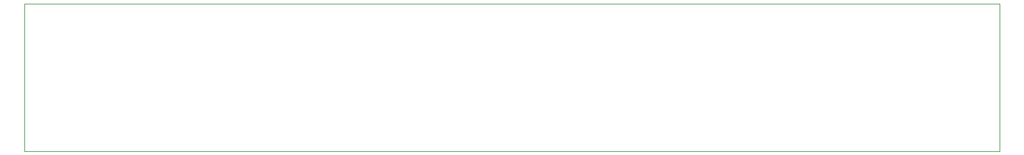
<source format=gm1>
%TF.GenerationSoftware,KiCad,Pcbnew,9.0.0*%
%TF.CreationDate,2025-02-28T17:53:49+00:00*%
%TF.ProjectId,vm_keycap_button_row_0.1,766d5f6b-6579-4636-9170-5f627574746f,v0.1*%
%TF.SameCoordinates,PX8954400PY47868c0*%
%TF.FileFunction,Profile,NP*%
%FSLAX46Y46*%
G04 Gerber Fmt 4.6, Leading zero omitted, Abs format (unit mm)*
G04 Created by KiCad (PCBNEW 9.0.0) date 2025-02-28 17:53:49*
%MOMM*%
%LPD*%
G01*
G04 APERTURE LIST*
%TA.AperFunction,Profile*%
%ADD10C,0.050000*%
%TD*%
G04 APERTURE END LIST*
D10*
X-66000000Y10000000D02*
X66000000Y10000000D01*
X66000000Y-10000000D01*
X-66000000Y-10000000D01*
X-66000000Y10000000D01*
M02*

</source>
